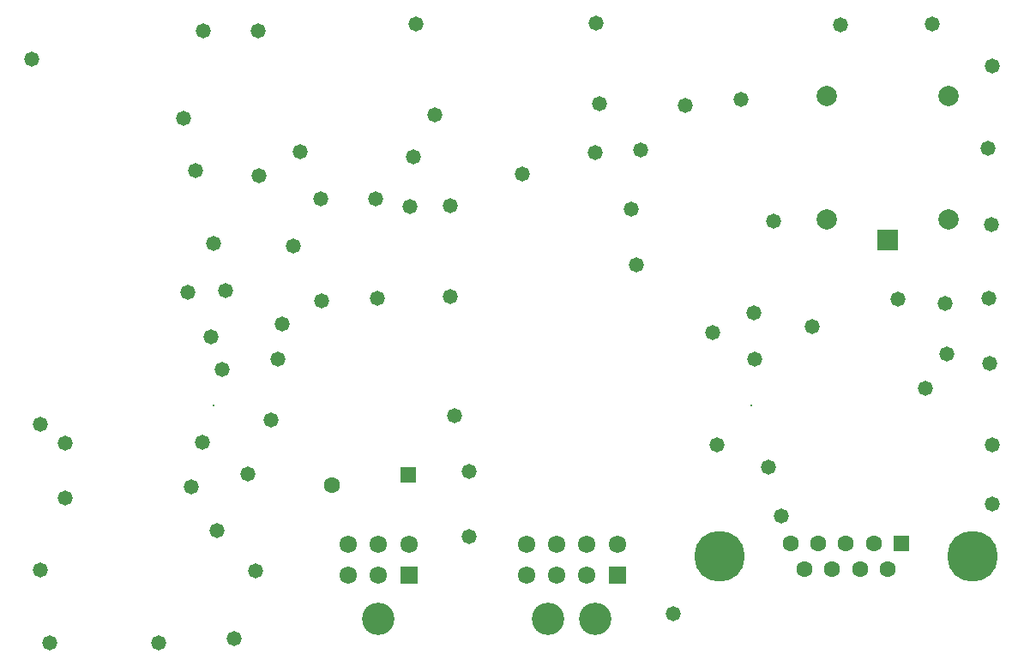
<source format=gbr>
%TF.GenerationSoftware,Altium Limited,Altium Designer,25.8.1 (18)*%
G04 Layer_Color=16711935*
%FSLAX45Y45*%
%MOMM*%
%TF.SameCoordinates,0F1D7CA1-D0BB-481A-9C26-AB2C8EFFB1FF*%
%TF.FilePolarity,Negative*%
%TF.FileFunction,Soldermask,Bot*%
%TF.Part,Single*%
G01*
G75*
%TA.AperFunction,ComponentPad*%
%ADD32C,1.60000*%
%ADD35R,1.60000X1.60000*%
%ADD36C,2.00000*%
%ADD39R,2.00000X2.00000*%
%TA.AperFunction,ViaPad*%
%ADD54C,0.20320*%
%TA.AperFunction,ComponentPad*%
%ADD55C,1.60320*%
%ADD56C,1.72320*%
%ADD57C,3.20320*%
%ADD58R,1.72320X1.72320*%
%ADD59R,1.60320X1.60320*%
%ADD60C,5.00320*%
%TA.AperFunction,ViaPad*%
%ADD61C,1.47320*%
D32*
X10475000Y10990000D02*
D03*
D35*
X11225000Y11090000D02*
D03*
D36*
X15360001Y13610001D02*
D03*
X16560001Y14830000D02*
D03*
X15360001D02*
D03*
X16560001Y13610001D02*
D03*
D39*
X15960001Y13410001D02*
D03*
D54*
X9300000Y11770000D02*
D03*
X14610001D02*
D03*
D55*
X14999001Y10414000D02*
D03*
X15821001D02*
D03*
X15547000D02*
D03*
X15273000D02*
D03*
X15958000Y10160000D02*
D03*
X15684000D02*
D03*
X15410001D02*
D03*
X15136000D02*
D03*
D56*
X12390000Y10100000D02*
D03*
X10630000D02*
D03*
X12690000Y10400000D02*
D03*
X12989999D02*
D03*
X13289999D02*
D03*
X12690000Y10100000D02*
D03*
X12989999D02*
D03*
X12390000Y10400000D02*
D03*
X10930000Y10100000D02*
D03*
Y10400000D02*
D03*
X10630000D02*
D03*
X11230000D02*
D03*
D57*
X12606000Y9668000D02*
D03*
X13074001D02*
D03*
X10930000D02*
D03*
D58*
X13289999Y10100000D02*
D03*
X11230000D02*
D03*
D59*
X16095000Y10414000D02*
D03*
D60*
X16797000Y10287000D02*
D03*
X14297000D02*
D03*
D61*
X16400000Y15539999D02*
D03*
X16989999Y15130000D02*
D03*
X15489999Y15530000D02*
D03*
X13960001Y14739999D02*
D03*
X16950000Y14310001D02*
D03*
X13520000Y14300000D02*
D03*
X13080000Y15550000D02*
D03*
X13110001Y14750000D02*
D03*
X13070000Y14270000D02*
D03*
X14830000Y13589999D02*
D03*
X16980000Y13560001D02*
D03*
X13480000Y13160001D02*
D03*
X12350000Y14060001D02*
D03*
X11640000Y13750000D02*
D03*
X11490000Y14639999D02*
D03*
X11300000Y15539999D02*
D03*
X11280000Y14230000D02*
D03*
X10360000Y13810001D02*
D03*
X10900000D02*
D03*
X11240000Y13739999D02*
D03*
X16960001Y12830000D02*
D03*
X16530000Y12780000D02*
D03*
X16539999Y12280000D02*
D03*
X15210001Y12550000D02*
D03*
X16970000Y12190000D02*
D03*
X16989999Y11380000D02*
D03*
Y10800000D02*
D03*
X16330000Y11940000D02*
D03*
X14639999Y12690000D02*
D03*
X14650000Y12230000D02*
D03*
X14270000Y11380000D02*
D03*
X11640000Y12850000D02*
D03*
X10370000Y12810001D02*
D03*
X11680000Y11670000D02*
D03*
X10920000Y12830000D02*
D03*
X14780000Y11160000D02*
D03*
X14910001Y10680000D02*
D03*
X13839999Y9720000D02*
D03*
X11830000Y11120000D02*
D03*
Y10480000D02*
D03*
X10160000Y14280000D02*
D03*
X9740000Y15470000D02*
D03*
X9130000Y14089999D02*
D03*
X9750000Y14039999D02*
D03*
X10090000Y13350000D02*
D03*
X9980000Y12580000D02*
D03*
X9420000Y12910001D02*
D03*
X9300000Y13370000D02*
D03*
X9280000Y12450000D02*
D03*
X9200000Y15470000D02*
D03*
X7510000Y15189999D02*
D03*
X9010000Y14610001D02*
D03*
X9050000Y12889999D02*
D03*
X9870000Y11630000D02*
D03*
X9940000Y12230000D02*
D03*
X9390000Y12130000D02*
D03*
X9190000Y11410000D02*
D03*
X9640000Y11100000D02*
D03*
X9340000Y10540000D02*
D03*
X9510000Y9470000D02*
D03*
X9720000Y10140000D02*
D03*
X9080000Y10970000D02*
D03*
X8760000Y9430000D02*
D03*
X7840000Y11400000D02*
D03*
Y10860000D02*
D03*
X7590000Y11590000D02*
D03*
Y10150000D02*
D03*
X7690000Y9430000D02*
D03*
X16060001Y12820000D02*
D03*
X14510001Y14800000D02*
D03*
X13430000Y13710001D02*
D03*
X14230000Y12490000D02*
D03*
%TF.MD5,4ab533709e1e4e61358eee969f1e994f*%
M02*

</source>
